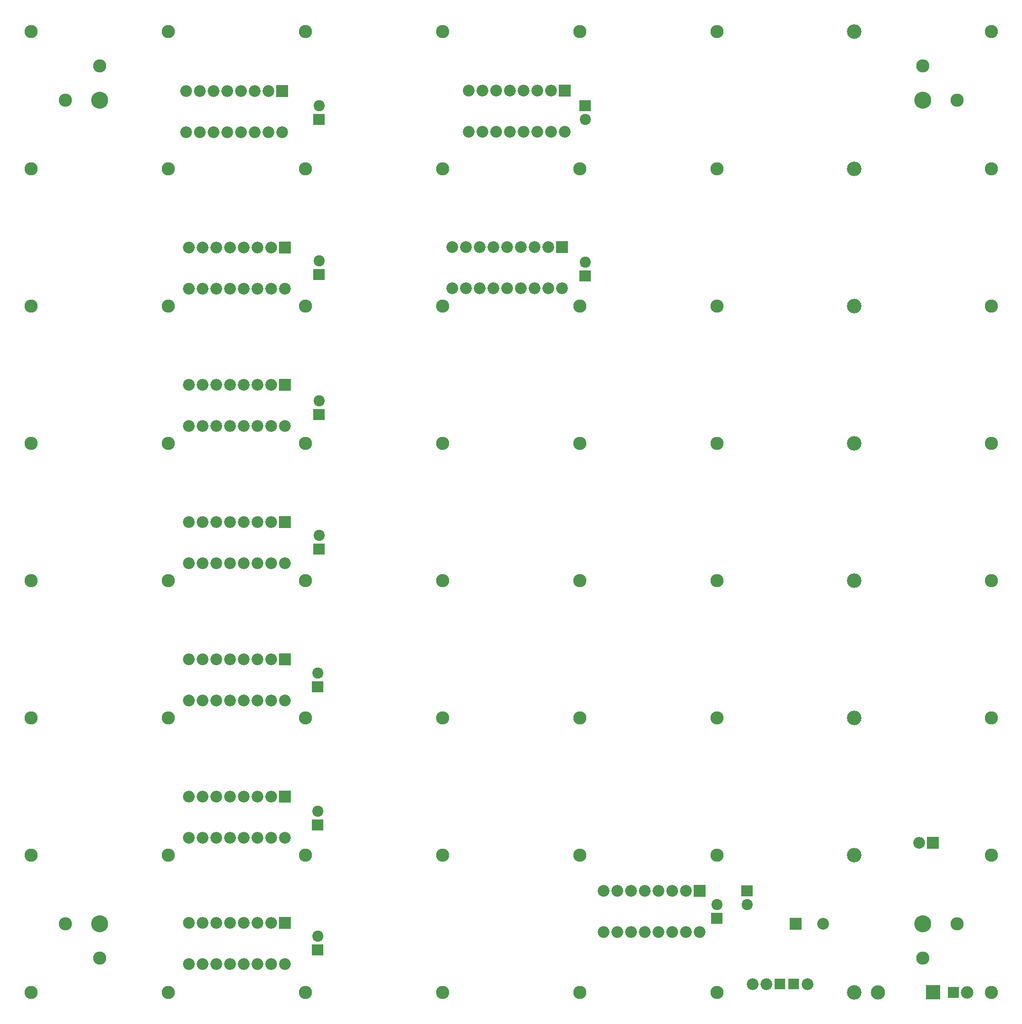
<source format=gbr>
G04 start of page 6 for group -4063 idx -4063 *
G04 Title: (unknown), componentmask *
G04 Creator: pcb v4.0.2-g2d695f8b *
G04 CreationDate: Sat Jan 27 08:31:28 2018 UTC *
G04 For: zhenke *
G04 Format: Gerber/RS-274X *
G04 PCB-Dimensions (mil): 7480.31 7283.46 *
G04 PCB-Coordinate-Origin: lower left *
%MOIN*%
%FSLAX25Y25*%
%LNTOPMASK*%
%ADD54C,0.1240*%
%ADD53C,0.0910*%
%ADD52C,0.1040*%
%ADD51C,0.1060*%
%ADD50C,0.0810*%
%ADD49C,0.0960*%
%ADD48C,0.0860*%
%ADD47C,0.0001*%
G54D47*G36*
X207700Y74646D02*Y66046D01*
X216300D01*
Y74646D01*
X207700D01*
G37*
G54D48*X202000Y70346D03*
X192000D03*
X182000D03*
X172000D03*
Y40346D03*
X182000D03*
X162000Y70346D03*
Y40346D03*
X152000Y70346D03*
Y40346D03*
X142000Y70346D03*
Y40346D03*
G54D49*X127000Y19846D03*
G54D48*X192000Y40346D03*
X202000D03*
X212000D03*
G54D49*X227000Y19846D03*
G54D47*G36*
X207700Y166646D02*Y158046D01*
X216300D01*
Y166646D01*
X207700D01*
G37*
G54D48*X202000Y162346D03*
X192000D03*
X182000D03*
X172000D03*
X162000D03*
X152000D03*
X142000D03*
Y132346D03*
X152000D03*
X162000D03*
G54D49*X127000Y119846D03*
G54D48*X172000Y132346D03*
X182000D03*
X192000D03*
X202000D03*
X212000D03*
G54D49*X52000Y69846D03*
X77000Y44846D03*
X27000Y19846D03*
G54D47*G36*
X426950Y545896D02*Y537796D01*
X435050D01*
Y545896D01*
X426950D01*
G37*
G54D50*X431000Y551846D03*
G54D47*G36*
X409700Y567146D02*Y558546D01*
X418300D01*
Y567146D01*
X409700D01*
G37*
G54D48*X404000Y562846D03*
Y532846D03*
X414000D03*
X394000Y562846D03*
Y532846D03*
X384000Y562846D03*
Y532846D03*
X374000Y562846D03*
Y532846D03*
X364000Y562846D03*
Y532846D03*
X354000Y562846D03*
X344000D03*
X334000D03*
Y532846D03*
X344000D03*
X354000D03*
G54D47*G36*
X426950Y669896D02*Y661796D01*
X435050D01*
Y669896D01*
X426950D01*
G37*
G54D49*X527000Y719846D03*
X427000D03*
G54D50*X431000Y655846D03*
G54D47*G36*
X411700Y681146D02*Y672546D01*
X420300D01*
Y681146D01*
X411700D01*
G37*
G54D48*X406000Y676846D03*
Y646846D03*
G54D49*X727000Y519846D03*
G54D51*X627000D03*
G54D49*X527000D03*
X427000D03*
X327000D03*
G54D48*X416000Y646846D03*
G54D49*X727000Y619846D03*
G54D51*X627000D03*
G54D49*X527000D03*
X427000D03*
X702000Y669846D03*
X677000Y694846D03*
X727000Y719846D03*
G54D51*X627000D03*
G54D47*G36*
X569200Y29646D02*Y22046D01*
X576800D01*
Y29646D01*
X569200D01*
G37*
G54D48*X563000Y25846D03*
X553000D03*
G54D47*G36*
X579200Y29646D02*Y22046D01*
X586800D01*
Y29646D01*
X579200D01*
G37*
G54D48*X593000Y25846D03*
G54D49*X527000Y19846D03*
G54D47*G36*
X679300Y25046D02*Y14646D01*
X689700D01*
Y25046D01*
X679300D01*
G37*
G54D52*X644500Y19846D03*
G54D47*G36*
X695450Y23896D02*Y15796D01*
X703550D01*
Y23896D01*
X695450D01*
G37*
G54D53*X709500Y19846D03*
G54D49*X727000D03*
G54D51*X627000D03*
G54D49*X677000Y44846D03*
G54D47*G36*
X544950Y97896D02*Y89796D01*
X553050D01*
Y97896D01*
X544950D01*
G37*
G54D50*X549000Y83846D03*
G54D49*X527000Y319846D03*
Y219846D03*
Y119846D03*
G54D47*G36*
X680200Y133146D02*Y124546D01*
X688800D01*
Y133146D01*
X680200D01*
G37*
G54D49*X727000Y119846D03*
G54D48*X674500Y128846D03*
G54D51*X627000Y319846D03*
Y219846D03*
Y119846D03*
G54D49*X727000Y219846D03*
Y319846D03*
X702000Y69846D03*
X727000Y419846D03*
G54D51*X627000D03*
G54D49*X527000D03*
G54D47*G36*
X510200Y98146D02*Y89546D01*
X518800D01*
Y98146D01*
X510200D01*
G37*
G54D48*X504500Y93846D03*
X494500D03*
X484500D03*
X474500D03*
X464500D03*
X454500D03*
X444500D03*
G54D49*X427000Y119846D03*
Y419846D03*
Y319846D03*
Y219846D03*
G54D48*X444500Y63846D03*
X454500D03*
X464500D03*
X474500D03*
X484500D03*
X494500D03*
X504500D03*
X514500D03*
G54D47*G36*
X522950Y77896D02*Y69796D01*
X531050D01*
Y77896D01*
X522950D01*
G37*
G54D50*X527000Y83846D03*
G54D47*G36*
X580200Y74146D02*Y65546D01*
X588800D01*
Y74146D01*
X580200D01*
G37*
G54D48*X604500Y69846D03*
G54D49*X427000Y19846D03*
G54D48*X172000Y562346D03*
Y532346D03*
X162000Y562346D03*
Y532346D03*
X152000Y562346D03*
Y532346D03*
X142000Y562346D03*
Y532346D03*
G54D49*X127000Y519846D03*
X27000D03*
G54D47*G36*
X207700Y466646D02*Y458046D01*
X216300D01*
Y466646D01*
X207700D01*
G37*
G54D48*X202000Y462346D03*
X192000D03*
Y432346D03*
X202000D03*
X212000D03*
G54D47*G36*
X232950Y444896D02*Y436796D01*
X241050D01*
Y444896D01*
X232950D01*
G37*
G54D50*X237000Y450846D03*
G54D48*X182000Y462346D03*
Y432346D03*
X172000Y462346D03*
Y432346D03*
X162000Y462346D03*
Y432346D03*
X152000Y462346D03*
X142000D03*
Y432346D03*
X152000D03*
G54D47*G36*
X207700Y566646D02*Y558046D01*
X216300D01*
Y566646D01*
X207700D01*
G37*
G54D48*X202000Y562346D03*
X192000D03*
X182000D03*
Y532346D03*
X192000D03*
X202000D03*
X212000D03*
G54D47*G36*
X232950Y546896D02*Y538796D01*
X241050D01*
Y546896D01*
X232950D01*
G37*
G54D50*X237000Y552846D03*
G54D49*X227000Y519846D03*
X327000Y419846D03*
X227000D03*
X127000D03*
X27000D03*
G54D48*X396000Y676846D03*
X386000D03*
X376000D03*
X366000D03*
X356000D03*
X346000D03*
Y646846D03*
X356000D03*
X376000D03*
X386000D03*
X396000D03*
G54D49*X327000Y719846D03*
Y619846D03*
G54D48*X366000Y646846D03*
G54D47*G36*
X232950Y659896D02*Y651796D01*
X241050D01*
Y659896D01*
X232950D01*
G37*
G54D50*X237000Y665846D03*
G54D49*X227000Y619846D03*
G54D47*G36*
X205700Y680646D02*Y672046D01*
X214300D01*
Y680646D01*
X205700D01*
G37*
G54D48*X200000Y676346D03*
X190000D03*
X180000D03*
X170000D03*
Y646346D03*
X180000D03*
X190000D03*
X200000D03*
X160000Y676346D03*
Y646346D03*
X150000Y676346D03*
Y646346D03*
X210000D03*
G54D49*X227000Y719846D03*
G54D48*X140000Y676346D03*
Y646346D03*
G54D49*X127000Y719846D03*
Y619846D03*
X77000Y694846D03*
X52000Y669846D03*
X27000Y719846D03*
Y619846D03*
G54D47*G36*
X231950Y145896D02*Y137796D01*
X240050D01*
Y145896D01*
X231950D01*
G37*
G54D50*X236000Y151846D03*
G54D47*G36*
X231950Y54896D02*Y46796D01*
X240050D01*
Y54896D01*
X231950D01*
G37*
G54D50*X236000Y60846D03*
G54D47*G36*
X232950Y346896D02*Y338796D01*
X241050D01*
Y346896D01*
X232950D01*
G37*
G54D50*X237000Y352846D03*
G54D49*X227000Y119846D03*
G54D47*G36*
X231950Y246396D02*Y238296D01*
X240050D01*
Y246396D01*
X231950D01*
G37*
G54D50*X236000Y252346D03*
G54D47*G36*
X207700Y266646D02*Y258046D01*
X216300D01*
Y266646D01*
X207700D01*
G37*
G54D48*X212000Y232346D03*
G54D49*X227000Y219846D03*
X327000D03*
Y119846D03*
Y19846D03*
G54D48*X202000Y262346D03*
X192000D03*
X182000D03*
X172000D03*
X162000D03*
X152000D03*
X142000D03*
Y232346D03*
X152000D03*
X162000D03*
X172000D03*
G54D49*X127000Y219846D03*
G54D48*X182000Y232346D03*
X192000D03*
X202000D03*
G54D47*G36*
X207700Y366646D02*Y358046D01*
X216300D01*
Y366646D01*
X207700D01*
G37*
G54D48*X202000Y362346D03*
X192000D03*
X182000D03*
X172000D03*
X162000D03*
X152000D03*
X142000D03*
X152000Y332346D03*
X162000D03*
X172000D03*
X182000D03*
X192000D03*
X202000D03*
X212000D03*
G54D49*X227000Y319846D03*
G54D48*X142000Y332346D03*
G54D49*X27000Y319846D03*
X127000D03*
X327000D03*
X27000Y219846D03*
Y119846D03*
G54D54*X77000Y669846D03*
X677000D03*
Y69846D03*
X77000D03*
M02*

</source>
